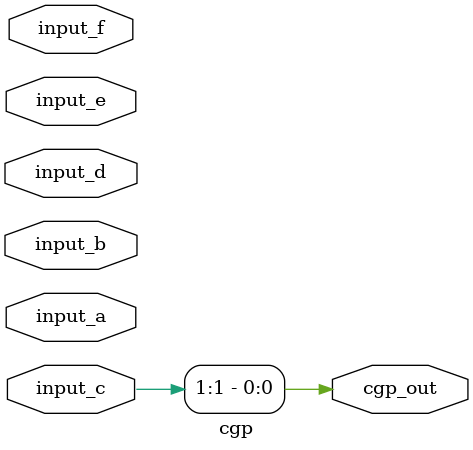
<source format=v>
module cgp(input [2:0] input_a, input [2:0] input_b, input [2:0] input_c, input [2:0] input_d, input [2:0] input_e, input [2:0] input_f, output [0:0] cgp_out);
  wire cgp_core_020;
  wire cgp_core_021;
  wire cgp_core_022;
  wire cgp_core_023;
  wire cgp_core_024;
  wire cgp_core_027;
  wire cgp_core_028;
  wire cgp_core_032;
  wire cgp_core_033;
  wire cgp_core_034;
  wire cgp_core_035;
  wire cgp_core_036;
  wire cgp_core_039;
  wire cgp_core_040;
  wire cgp_core_041;
  wire cgp_core_043;
  wire cgp_core_044_not;
  wire cgp_core_045;
  wire cgp_core_046;
  wire cgp_core_047;
  wire cgp_core_048;
  wire cgp_core_049;
  wire cgp_core_050;
  wire cgp_core_051;
  wire cgp_core_052;
  wire cgp_core_053;
  wire cgp_core_054;
  wire cgp_core_056;
  wire cgp_core_057;
  wire cgp_core_058;
  wire cgp_core_059;
  wire cgp_core_060;
  wire cgp_core_061;
  wire cgp_core_062;
  wire cgp_core_067;
  wire cgp_core_068;
  wire cgp_core_070;
  wire cgp_core_071;
  wire cgp_core_072;
  wire cgp_core_073;
  wire cgp_core_074;
  wire cgp_core_075;
  wire cgp_core_076;
  wire cgp_core_077;
  wire cgp_core_079;
  wire cgp_core_080;
  wire cgp_core_081;
  wire cgp_core_084;
  wire cgp_core_085;
  wire cgp_core_088;
  wire cgp_core_089;
  wire cgp_core_090;
  wire cgp_core_091;
  wire cgp_core_092;
  wire cgp_core_094;
  wire cgp_core_097;
  wire cgp_core_098;

  assign cgp_core_020 = input_c[0] ^ input_b[2];
  assign cgp_core_021 = input_c[0] & input_e[0];
  assign cgp_core_022 = input_d[2] ^ input_a[0];
  assign cgp_core_023 = input_c[1] & input_e[1];
  assign cgp_core_024 = cgp_core_022 ^ cgp_core_021;
  assign cgp_core_027 = ~(input_c[2] ^ input_e[2]);
  assign cgp_core_028 = input_c[2] & input_e[2];
  assign cgp_core_032 = input_a[0] ^ cgp_core_020;
  assign cgp_core_033 = input_a[0] & cgp_core_020;
  assign cgp_core_034 = input_a[1] ^ cgp_core_024;
  assign cgp_core_035 = ~input_c[2];
  assign cgp_core_036 = cgp_core_034 ^ cgp_core_033;
  assign cgp_core_039 = input_a[2] ^ cgp_core_027;
  assign cgp_core_040 = input_a[2] & cgp_core_027;
  assign cgp_core_041 = cgp_core_039 ^ input_d[2];
  assign cgp_core_043 = input_b[0] | input_e[1];
  assign cgp_core_044_not = ~cgp_core_043;
  assign cgp_core_045 = input_e[1] ^ cgp_core_043;
  assign cgp_core_046 = input_d[0] ^ input_f[0];
  assign cgp_core_047 = ~input_d[0];
  assign cgp_core_048 = input_d[1] ^ input_c[2];
  assign cgp_core_049 = input_d[0] & input_f[1];
  assign cgp_core_050 = cgp_core_048 | cgp_core_047;
  assign cgp_core_051 = cgp_core_048 & cgp_core_047;
  assign cgp_core_052 = cgp_core_049 | input_e[0];
  assign cgp_core_053 = input_d[2] ^ input_f[2];
  assign cgp_core_054 = input_d[2] & input_f[2];
  assign cgp_core_056 = ~cgp_core_053;
  assign cgp_core_057 = cgp_core_054 | cgp_core_056;
  assign cgp_core_058 = input_b[0] ^ cgp_core_046;
  assign cgp_core_059 = input_b[0] & input_d[1];
  assign cgp_core_060 = input_b[1] ^ cgp_core_050;
  assign cgp_core_061 = ~(input_a[0] | cgp_core_050);
  assign cgp_core_062 = cgp_core_060 ^ cgp_core_059;
  assign cgp_core_067 = ~(input_b[2] | cgp_core_061);
  assign cgp_core_068 = ~(input_b[2] | cgp_core_061);
  assign cgp_core_070 = cgp_core_057 ^ cgp_core_068;
  assign cgp_core_071 = cgp_core_057 & cgp_core_068;
  assign cgp_core_072 = ~cgp_core_071;
  assign cgp_core_073 = cgp_core_045 & cgp_core_072;
  assign cgp_core_074 = ~(input_c[2] ^ cgp_core_071);
  assign cgp_core_075 = ~cgp_core_070;
  assign cgp_core_076 = cgp_core_044_not & cgp_core_075;
  assign cgp_core_077 = cgp_core_076 & cgp_core_074;
  assign cgp_core_079 = input_d[1] & input_a[2];
  assign cgp_core_080 = ~input_a[0];
  assign cgp_core_081 = cgp_core_041 & cgp_core_080;
  assign cgp_core_084 = cgp_core_041 & cgp_core_079;
  assign cgp_core_085 = ~cgp_core_062;
  assign cgp_core_088 = ~(cgp_core_036 ^ input_d[1]);
  assign cgp_core_089 = cgp_core_088 & cgp_core_084;
  assign cgp_core_090 = ~cgp_core_058;
  assign cgp_core_091 = cgp_core_032 & cgp_core_090;
  assign cgp_core_092 = cgp_core_091 | input_b[0];
  assign cgp_core_094 = input_c[1] & cgp_core_089;
  assign cgp_core_097 = ~(input_d[2] & input_f[1]);
  assign cgp_core_098 = cgp_core_077 | input_e[1];

  assign cgp_out[0] = input_c[1];
endmodule
</source>
